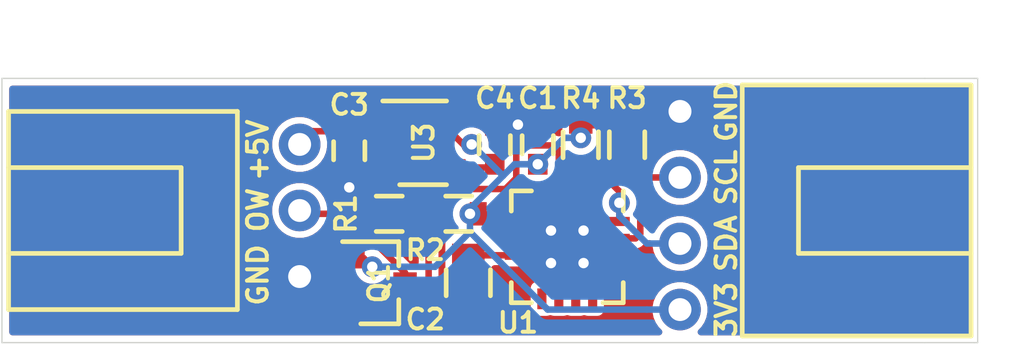
<source format=kicad_pcb>
(kicad_pcb (version 20171130) (host pcbnew "(5.1.6)-1")

  (general
    (thickness 1.6)
    (drawings 19)
    (tracks 129)
    (zones 0)
    (modules 13)
    (nets 15)
  )

  (page A4)
  (layers
    (0 F.Cu signal)
    (31 B.Cu signal)
    (32 B.Adhes user)
    (33 F.Adhes user)
    (34 B.Paste user)
    (35 F.Paste user)
    (36 B.SilkS user)
    (37 F.SilkS user)
    (38 B.Mask user)
    (39 F.Mask user)
    (40 Dwgs.User user)
    (41 Cmts.User user)
    (42 Eco1.User user)
    (43 Eco2.User user)
    (44 Edge.Cuts user)
    (45 Margin user)
    (46 B.CrtYd user)
    (47 F.CrtYd user)
    (48 B.Fab user)
    (49 F.Fab user)
  )

  (setup
    (last_trace_width 0.25)
    (user_trace_width 0.5)
    (trace_clearance 0.2)
    (zone_clearance 0.508)
    (zone_45_only no)
    (trace_min 0.2)
    (via_size 0.8)
    (via_drill 0.4)
    (via_min_size 0.4)
    (via_min_drill 0.3)
    (uvia_size 0.3)
    (uvia_drill 0.1)
    (uvias_allowed no)
    (uvia_min_size 0.2)
    (uvia_min_drill 0.1)
    (edge_width 0.05)
    (segment_width 0.2)
    (pcb_text_width 0.3)
    (pcb_text_size 1.5 1.5)
    (mod_edge_width 0.12)
    (mod_text_size 1 1)
    (mod_text_width 0.15)
    (pad_size 0.65 0.9)
    (pad_drill 0)
    (pad_to_mask_clearance 0)
    (aux_axis_origin 0 0)
    (visible_elements 7FFFFFFF)
    (pcbplotparams
      (layerselection 0x010e0_ffffffff)
      (usegerberextensions false)
      (usegerberattributes true)
      (usegerberadvancedattributes true)
      (creategerberjobfile false)
      (excludeedgelayer true)
      (linewidth 0.100000)
      (plotframeref false)
      (viasonmask false)
      (mode 1)
      (useauxorigin false)
      (hpglpennumber 1)
      (hpglpenspeed 20)
      (hpglpendiameter 15.000000)
      (psnegative false)
      (psa4output false)
      (plotreference true)
      (plotvalue true)
      (plotinvisibletext false)
      (padsonsilk false)
      (subtractmaskfromsilk false)
      (outputformat 1)
      (mirror false)
      (drillshape 0)
      (scaleselection 1)
      (outputdirectory "ow2i2c3"))
  )

  (net 0 "")
  (net 1 GND)
  (net 2 +3V3)
  (net 3 "Net-(C2-Pad1)")
  (net 4 VCC)
  (net 5 "Net-(C4-Pad1)")
  (net 6 /ONEWIRE)
  (net 7 "Net-(Q1-Pad2)")
  (net 8 "Net-(U1-Pad1)")
  (net 9 "Net-(U1-Pad5)")
  (net 10 "Net-(U1-Pad12)")
  (net 11 "Net-(U1-Pad13)")
  (net 12 "Net-(U1-Pad14)")
  (net 13 /SDA3)
  (net 14 /SCL3)

  (net_class Default "This is the default net class."
    (clearance 0.2)
    (trace_width 0.25)
    (via_dia 0.8)
    (via_drill 0.4)
    (uvia_dia 0.3)
    (uvia_drill 0.1)
    (add_net +3V3)
    (add_net /ONEWIRE)
    (add_net /SCL3)
    (add_net /SDA3)
    (add_net GND)
    (add_net "Net-(C2-Pad1)")
    (add_net "Net-(C4-Pad1)")
    (add_net "Net-(Q1-Pad2)")
    (add_net "Net-(U1-Pad1)")
    (add_net "Net-(U1-Pad12)")
    (add_net "Net-(U1-Pad13)")
    (add_net "Net-(U1-Pad14)")
    (add_net "Net-(U1-Pad5)")
    (add_net VCC)
  )

  (module 78208-103HLF:78208-103HLF (layer F.Cu) (tedit 606172CC) (tstamp 601E5B19)
    (at 154.305 96.52 90)
    (path /602220A7)
    (fp_text reference J1 (at 0 -3.429 90) (layer F.SilkS) hide
      (effects (font (size 0.762 0.762) (thickness 0.1524)))
    )
    (fp_text value BUS (at 0 -1.524 90) (layer F.Fab) hide
      (effects (font (size 0.762 0.762) (thickness 0.1524)))
    )
    (fp_line (start 3.81 -2.39) (end 3.81 -11.176) (layer F.SilkS) (width 0.18))
    (fp_line (start 3.81 -2.39) (end -3.81 -2.39) (layer F.SilkS) (width 0.18))
    (fp_line (start -3.81 -2.39) (end -3.81 -11.176) (layer F.SilkS) (width 0.18))
    (fp_line (start 3.81 -11.176) (end -3.81 -11.176) (layer F.SilkS) (width 0.18))
    (fp_line (start 1.65 -11.176) (end 1.65 -4.55) (layer F.SilkS) (width 0.18))
    (fp_line (start 1.65 -4.55) (end -1.65 -4.55) (layer F.SilkS) (width 0.18))
    (fp_line (start -1.65 -4.55) (end -1.65 -11.176) (layer F.SilkS) (width 0.18))
    (pad 1 thru_hole rect (at -2.54 0 90) (size 1.6 1.6) (drill 0.88) (layers *.Cu *.Mask)
      (net 1 GND))
    (pad 2 thru_hole circle (at 0 0 90) (size 1.6 1.6) (drill 0.88) (layers *.Cu *.Mask)
      (net 6 /ONEWIRE))
    (pad 3 thru_hole circle (at 2.54 0 90) (size 1.6 1.6) (drill 0.88) (layers *.Cu *.Mask)
      (net 4 VCC))
  )

  (module 78208-104HLF:78208-104HLF (layer F.Cu) (tedit 606172A5) (tstamp 60617E73)
    (at 168.91 96.52 270)
    (path /60631B18)
    (fp_text reference J2 (at 0 -3.429 270) (layer F.SilkS) hide
      (effects (font (size 0.762 0.762) (thickness 0.1524)))
    )
    (fp_text value I2C (at 0 -1.524 270) (layer F.Fab)
      (effects (font (size 0.762 0.762) (thickness 0.1524)))
    )
    (fp_line (start -1.65 -4.55) (end -1.65 -11.176) (layer F.SilkS) (width 0.18))
    (fp_line (start 1.65 -4.55) (end -1.65 -4.55) (layer F.SilkS) (width 0.18))
    (fp_line (start 1.65 -11.176) (end 1.65 -4.55) (layer F.SilkS) (width 0.18))
    (fp_line (start -4.826 -2.39) (end -4.826 -11.176) (layer F.SilkS) (width 0.18))
    (fp_line (start 4.826 -2.39) (end 4.826 -11.176) (layer F.SilkS) (width 0.18))
    (fp_line (start 4.826 -11.176) (end -4.826 -11.176) (layer F.SilkS) (width 0.18))
    (fp_line (start 4.826 -2.39) (end -4.826 -2.39) (layer F.SilkS) (width 0.18))
    (pad 4 thru_hole circle (at 3.81 0 270) (size 1.6 1.6) (drill 0.88) (layers *.Cu *.Mask)
      (net 2 +3V3))
    (pad 2 thru_hole circle (at -1.27 0 270) (size 1.6 1.6) (drill 0.88) (layers *.Cu *.Mask)
      (net 14 /SCL3))
    (pad 1 thru_hole rect (at -3.81 0 270) (size 1.6 1.6) (drill 0.88) (layers *.Cu *.Mask)
      (net 1 GND))
    (pad 3 thru_hole circle (at 1.27 0 270) (size 1.6 1.6) (drill 0.88) (layers *.Cu *.Mask)
      (net 13 /SDA3))
  )

  (module Housings_DFN_QFN:QFN-16-1EP_4x4mm_Pitch0.65mm (layer F.Cu) (tedit 54130A77) (tstamp 601CFDC6)
    (at 164.582 97.917 270)
    (descr "16-Lead Plastic Quad Flat, No Lead Package (ML) - 4x4x0.9 mm Body [QFN]; (see Microchip Packaging Specification 00000049BS.pdf)")
    (tags "QFN 0.65")
    (path /601CDC29)
    (attr smd)
    (fp_text reference U1 (at 2.921 1.895) (layer F.SilkS)
      (effects (font (size 0.762 0.762) (thickness 0.1524)))
    )
    (fp_text value DS28E17 (at 0 3.4 90) (layer F.Fab) hide
      (effects (font (size 0.762 0.762) (thickness 0.1524)))
    )
    (fp_line (start -1 -2) (end 2 -2) (layer F.Fab) (width 0.18))
    (fp_line (start 2 -2) (end 2 2) (layer F.Fab) (width 0.18))
    (fp_line (start 2 2) (end -2 2) (layer F.Fab) (width 0.18))
    (fp_line (start -2 2) (end -2 -1) (layer F.Fab) (width 0.18))
    (fp_line (start -2 -1) (end -1 -2) (layer F.Fab) (width 0.18))
    (fp_line (start -2.65 -2.65) (end -2.65 2.65) (layer F.CrtYd) (width 0.18))
    (fp_line (start 2.65 -2.65) (end 2.65 2.65) (layer F.CrtYd) (width 0.18))
    (fp_line (start -2.65 -2.65) (end 2.65 -2.65) (layer F.CrtYd) (width 0.18))
    (fp_line (start -2.65 2.65) (end 2.65 2.65) (layer F.CrtYd) (width 0.18))
    (fp_line (start 2.15 -2.15) (end 2.15 -1.375) (layer F.SilkS) (width 0.18))
    (fp_line (start -2.15 2.15) (end -2.15 1.375) (layer F.SilkS) (width 0.18))
    (fp_line (start 2.15 2.15) (end 2.15 1.375) (layer F.SilkS) (width 0.18))
    (fp_line (start -2.15 -2.15) (end -1.375 -2.15) (layer F.SilkS) (width 0.18))
    (fp_line (start -2.15 2.15) (end -1.375 2.15) (layer F.SilkS) (width 0.18))
    (fp_line (start 2.15 2.15) (end 1.375 2.15) (layer F.SilkS) (width 0.18))
    (fp_line (start 2.15 -2.15) (end 1.375 -2.15) (layer F.SilkS) (width 0.18))
    (pad 1 smd rect (at -2 -0.975 270) (size 0.8 0.35) (layers F.Cu F.Paste F.Mask)
      (net 8 "Net-(U1-Pad1)"))
    (pad 2 smd rect (at -2 -0.325 270) (size 0.8 0.35) (layers F.Cu F.Paste F.Mask)
      (net 7 "Net-(Q1-Pad2)"))
    (pad 3 smd rect (at -2 0.325 270) (size 0.8 0.35) (layers F.Cu F.Paste F.Mask)
      (net 7 "Net-(Q1-Pad2)"))
    (pad 4 smd rect (at -2 0.975 270) (size 0.8 0.35) (layers F.Cu F.Paste F.Mask)
      (net 1 GND))
    (pad 5 smd rect (at -0.975 2) (size 0.8 0.35) (layers F.Cu F.Paste F.Mask)
      (net 9 "Net-(U1-Pad5)"))
    (pad 6 smd rect (at -0.325 2) (size 0.8 0.35) (layers F.Cu F.Paste F.Mask)
      (net 2 +3V3))
    (pad 7 smd rect (at 0.325 2) (size 0.8 0.35) (layers F.Cu F.Paste F.Mask)
      (net 3 "Net-(C2-Pad1)"))
    (pad 8 smd rect (at 0.975 2) (size 0.8 0.35) (layers F.Cu F.Paste F.Mask)
      (net 1 GND))
    (pad 9 smd rect (at 2 0.975 270) (size 0.8 0.35) (layers F.Cu F.Paste F.Mask))
    (pad 10 smd rect (at 2 0.325 270) (size 0.8 0.35) (layers F.Cu F.Paste F.Mask))
    (pad 11 smd rect (at 2 -0.325 270) (size 0.8 0.35) (layers F.Cu F.Paste F.Mask))
    (pad 12 smd rect (at 2 -0.975 270) (size 0.8 0.35) (layers F.Cu F.Paste F.Mask)
      (net 10 "Net-(U1-Pad12)"))
    (pad 13 smd rect (at 0.975 -2) (size 0.8 0.35) (layers F.Cu F.Paste F.Mask)
      (net 11 "Net-(U1-Pad13)"))
    (pad 14 smd rect (at 0.325 -2) (size 0.8 0.35) (layers F.Cu F.Paste F.Mask)
      (net 12 "Net-(U1-Pad14)"))
    (pad 15 smd rect (at -0.325 -2) (size 0.8 0.35) (layers F.Cu F.Paste F.Mask)
      (net 14 /SCL3))
    (pad 16 smd rect (at -0.975 -2) (size 0.8 0.35) (layers F.Cu F.Paste F.Mask)
      (net 13 /SDA3))
    (pad 17 smd rect (at 0.625 0.625 270) (size 1.25 1.25) (layers F.Cu F.Paste F.Mask)
      (net 1 GND) (solder_paste_margin_ratio -0.2))
    (pad 17 smd rect (at 0.625 -0.625 270) (size 1.25 1.25) (layers F.Cu F.Paste F.Mask)
      (net 1 GND) (solder_paste_margin_ratio -0.2))
    (pad 17 smd rect (at -0.625 0.625 270) (size 1.25 1.25) (layers F.Cu F.Paste F.Mask)
      (net 1 GND) (solder_paste_margin_ratio -0.2))
    (pad 17 smd rect (at -0.625 -0.625 270) (size 1.25 1.25) (layers F.Cu F.Paste F.Mask)
      (net 1 GND) (solder_paste_margin_ratio -0.2))
    (model ${KISYS3DMOD}/Housings_DFN_QFN.3dshapes/QFN-16-1EP_4x4mm_Pitch0.65mm.wrl
      (at (xyz 0 0 0))
      (scale (xyz 1 1 1))
      (rotate (xyz 0 0 0))
    )
  )

  (module Resistors_SMD:R_0603 (layer F.Cu) (tedit 58E0A804) (tstamp 601CFDBA)
    (at 157.746 96.647 180)
    (descr "Resistor SMD 0603, reflow soldering, Vishay (see dcrcw.pdf)")
    (tags "resistor 0603")
    (path /601F3188)
    (attr smd)
    (fp_text reference R1 (at 1.663 0 90) (layer F.SilkS)
      (effects (font (size 0.762 0.762) (thickness 0.1524)))
    )
    (fp_text value NF (at 0 1.5) (layer F.Fab) hide
      (effects (font (size 0.762 0.762) (thickness 0.1524)))
    )
    (fp_line (start -0.8 0.4) (end -0.8 -0.4) (layer F.Fab) (width 0.18))
    (fp_line (start 0.8 0.4) (end -0.8 0.4) (layer F.Fab) (width 0.18))
    (fp_line (start 0.8 -0.4) (end 0.8 0.4) (layer F.Fab) (width 0.18))
    (fp_line (start -0.8 -0.4) (end 0.8 -0.4) (layer F.Fab) (width 0.18))
    (fp_line (start 0.5 0.68) (end -0.5 0.68) (layer F.SilkS) (width 0.18))
    (fp_line (start -0.5 -0.68) (end 0.5 -0.68) (layer F.SilkS) (width 0.18))
    (fp_line (start -1.25 -0.7) (end 1.25 -0.7) (layer F.CrtYd) (width 0.18))
    (fp_line (start -1.25 -0.7) (end -1.25 0.7) (layer F.CrtYd) (width 0.18))
    (fp_line (start 1.25 0.7) (end 1.25 -0.7) (layer F.CrtYd) (width 0.18))
    (fp_line (start 1.25 0.7) (end -1.25 0.7) (layer F.CrtYd) (width 0.18))
    (fp_text user %R (at 0 0) (layer F.Fab)
      (effects (font (size 0.762 0.762) (thickness 0.1524)))
    )
    (pad 1 smd rect (at -0.75 0 180) (size 0.65 0.9) (layers F.Cu F.Paste F.Mask)
      (net 4 VCC))
    (pad 2 smd rect (at 0.75 0 180) (size 0.65 0.9) (layers F.Cu F.Paste F.Mask)
      (net 6 /ONEWIRE))
    (model ${KISYS3DMOD}/Resistors_SMD.3dshapes/R_0603.wrl
      (at (xyz 0 0 0))
      (scale (xyz 1 1 1))
      (rotate (xyz 0 0 0))
    )
  )

  (module TO_SOT_Packages_SMD:SOT-23-5 (layer F.Cu) (tedit 58CE4E7E) (tstamp 605EE51A)
    (at 159.047 93.919)
    (descr "5-pin SOT23 package")
    (tags SOT-23-5)
    (path /601EB461)
    (attr smd)
    (fp_text reference U3 (at 0.0205 -0.0025 90) (layer F.SilkS)
      (effects (font (size 0.762 0.762) (thickness 0.1524)))
    )
    (fp_text value LP2985-3.3 (at 0 2.9) (layer F.Fab) hide
      (effects (font (size 0.762 0.762) (thickness 0.1524)))
    )
    (fp_line (start -0.9 1.61) (end 0.9 1.61) (layer F.SilkS) (width 0.18))
    (fp_line (start 0.9 -1.61) (end -1.55 -1.61) (layer F.SilkS) (width 0.18))
    (fp_line (start -1.9 -1.8) (end 1.9 -1.8) (layer F.CrtYd) (width 0.18))
    (fp_line (start 1.9 -1.8) (end 1.9 1.8) (layer F.CrtYd) (width 0.18))
    (fp_line (start 1.9 1.8) (end -1.9 1.8) (layer F.CrtYd) (width 0.18))
    (fp_line (start -1.9 1.8) (end -1.9 -1.8) (layer F.CrtYd) (width 0.18))
    (fp_line (start -0.9 -0.9) (end -0.25 -1.55) (layer F.Fab) (width 0.18))
    (fp_line (start 0.9 -1.55) (end -0.25 -1.55) (layer F.Fab) (width 0.18))
    (fp_line (start -0.9 -0.9) (end -0.9 1.55) (layer F.Fab) (width 0.18))
    (fp_line (start 0.9 1.55) (end -0.9 1.55) (layer F.Fab) (width 0.18))
    (fp_line (start 0.9 -1.55) (end 0.9 1.55) (layer F.Fab) (width 0.18))
    (fp_text user %R (at 0 0 90) (layer F.Fab)
      (effects (font (size 0.762 0.762) (thickness 0.1524)))
    )
    (pad 1 smd rect (at -1.1 -0.95) (size 1.06 0.65) (layers F.Cu F.Paste F.Mask)
      (net 4 VCC))
    (pad 2 smd rect (at -1.1 0) (size 1.06 0.65) (layers F.Cu F.Paste F.Mask)
      (net 1 GND))
    (pad 3 smd rect (at -1.1 0.95) (size 1.06 0.65) (layers F.Cu F.Paste F.Mask)
      (net 4 VCC))
    (pad 4 smd rect (at 1.1 0.95) (size 1.06 0.65) (layers F.Cu F.Paste F.Mask)
      (net 5 "Net-(C4-Pad1)"))
    (pad 5 smd rect (at 1.1 -0.95) (size 1.06 0.65) (layers F.Cu F.Paste F.Mask)
      (net 2 +3V3))
    (model ${KISYS3DMOD}/TO_SOT_Packages_SMD.3dshapes/SOT-23-5.wrl
      (at (xyz 0 0 0))
      (scale (xyz 1 1 1))
      (rotate (xyz 0 0 0))
    )
  )

  (module TO_SOT_Packages_SMD:SOT-23 (layer F.Cu) (tedit 58CE4E7E) (tstamp 605EC965)
    (at 157.353 99.298)
    (descr "SOT-23, Standard")
    (tags SOT-23)
    (path /601E71FE)
    (attr smd)
    (fp_text reference Q1 (at 0 0.016 90) (layer F.SilkS)
      (effects (font (size 0.762 0.762) (thickness 0.1524)))
    )
    (fp_text value 2N7002 (at 0 2.5) (layer F.Fab) hide
      (effects (font (size 0.762 0.762) (thickness 0.1524)))
    )
    (fp_line (start -0.7 -0.95) (end -0.7 1.5) (layer F.Fab) (width 0.18))
    (fp_line (start -0.15 -1.52) (end 0.7 -1.52) (layer F.Fab) (width 0.18))
    (fp_line (start -0.7 -0.95) (end -0.15 -1.52) (layer F.Fab) (width 0.18))
    (fp_line (start 0.7 -1.52) (end 0.7 1.52) (layer F.Fab) (width 0.18))
    (fp_line (start -0.7 1.52) (end 0.7 1.52) (layer F.Fab) (width 0.18))
    (fp_line (start 0.76 1.58) (end 0.76 0.65) (layer F.SilkS) (width 0.18))
    (fp_line (start 0.76 -1.58) (end 0.76 -0.65) (layer F.SilkS) (width 0.18))
    (fp_line (start -1.7 -1.75) (end 1.7 -1.75) (layer F.CrtYd) (width 0.18))
    (fp_line (start 1.7 -1.75) (end 1.7 1.75) (layer F.CrtYd) (width 0.18))
    (fp_line (start 1.7 1.75) (end -1.7 1.75) (layer F.CrtYd) (width 0.18))
    (fp_line (start -1.7 1.75) (end -1.7 -1.75) (layer F.CrtYd) (width 0.18))
    (fp_line (start 0.76 -1.58) (end -1.4 -1.58) (layer F.SilkS) (width 0.18))
    (fp_line (start 0.76 1.58) (end -0.7 1.58) (layer F.SilkS) (width 0.18))
    (fp_text user %R (at 0 0 90) (layer F.Fab)
      (effects (font (size 0.762 0.762) (thickness 0.1524)))
    )
    (pad 1 smd rect (at -1 -0.95) (size 0.9 0.8) (layers F.Cu F.Paste F.Mask)
      (net 2 +3V3))
    (pad 2 smd rect (at -1 0.95) (size 0.9 0.8) (layers F.Cu F.Paste F.Mask)
      (net 7 "Net-(Q1-Pad2)"))
    (pad 3 smd rect (at 1 0) (size 0.9 0.8) (layers F.Cu F.Paste F.Mask)
      (net 6 /ONEWIRE))
    (model ${KISYS3DMOD}/TO_SOT_Packages_SMD.3dshapes/SOT-23.wrl
      (at (xyz 0 0 0))
      (scale (xyz 1 1 1))
      (rotate (xyz 0 0 0))
    )
  )

  (module Resistors_SMD:R_0603 (layer F.Cu) (tedit 58E0A804) (tstamp 601CFDC3)
    (at 165.1 93.992 270)
    (descr "Resistor SMD 0603, reflow soldering, Vishay (see dcrcw.pdf)")
    (tags "resistor 0603")
    (path /601D7B8B)
    (attr smd)
    (fp_text reference R4 (at -1.79 0 180) (layer F.SilkS)
      (effects (font (size 0.762 0.762) (thickness 0.1524)))
    )
    (fp_text value 2K2 (at 0 1.5 90) (layer F.Fab) hide
      (effects (font (size 0.762 0.762) (thickness 0.1524)))
    )
    (fp_line (start -0.8 0.4) (end -0.8 -0.4) (layer F.Fab) (width 0.18))
    (fp_line (start 0.8 0.4) (end -0.8 0.4) (layer F.Fab) (width 0.18))
    (fp_line (start 0.8 -0.4) (end 0.8 0.4) (layer F.Fab) (width 0.18))
    (fp_line (start -0.8 -0.4) (end 0.8 -0.4) (layer F.Fab) (width 0.18))
    (fp_line (start 0.5 0.68) (end -0.5 0.68) (layer F.SilkS) (width 0.18))
    (fp_line (start -0.5 -0.68) (end 0.5 -0.68) (layer F.SilkS) (width 0.18))
    (fp_line (start -1.25 -0.7) (end 1.25 -0.7) (layer F.CrtYd) (width 0.18))
    (fp_line (start -1.25 -0.7) (end -1.25 0.7) (layer F.CrtYd) (width 0.18))
    (fp_line (start 1.25 0.7) (end 1.25 -0.7) (layer F.CrtYd) (width 0.18))
    (fp_line (start 1.25 0.7) (end -1.25 0.7) (layer F.CrtYd) (width 0.18))
    (fp_text user %R (at 0 0 90) (layer F.Fab)
      (effects (font (size 0.762 0.762) (thickness 0.1524)))
    )
    (pad 1 smd rect (at -0.75 0 270) (size 0.65 0.9) (layers F.Cu F.Paste F.Mask)
      (net 2 +3V3))
    (pad 2 smd rect (at 0.75 0 270) (size 0.65 0.9) (layers F.Cu F.Paste F.Mask)
      (net 13 /SDA3))
    (model ${KISYS3DMOD}/Resistors_SMD.3dshapes/R_0603.wrl
      (at (xyz 0 0 0))
      (scale (xyz 1 1 1))
      (rotate (xyz 0 0 0))
    )
  )

  (module Resistors_SMD:R_0603 (layer F.Cu) (tedit 58E0A804) (tstamp 605EDEA0)
    (at 166.878 93.992 270)
    (descr "Resistor SMD 0603, reflow soldering, Vishay (see dcrcw.pdf)")
    (tags "resistor 0603")
    (path /601D7371)
    (attr smd)
    (fp_text reference R3 (at -1.79 0) (layer F.SilkS)
      (effects (font (size 0.762 0.762) (thickness 0.1524)))
    )
    (fp_text value 2K2 (at 0 1.5 90) (layer F.Fab) hide
      (effects (font (size 0.762 0.762) (thickness 0.1524)))
    )
    (fp_line (start -0.8 0.4) (end -0.8 -0.4) (layer F.Fab) (width 0.18))
    (fp_line (start 0.8 0.4) (end -0.8 0.4) (layer F.Fab) (width 0.18))
    (fp_line (start 0.8 -0.4) (end 0.8 0.4) (layer F.Fab) (width 0.18))
    (fp_line (start -0.8 -0.4) (end 0.8 -0.4) (layer F.Fab) (width 0.18))
    (fp_line (start 0.5 0.68) (end -0.5 0.68) (layer F.SilkS) (width 0.18))
    (fp_line (start -0.5 -0.68) (end 0.5 -0.68) (layer F.SilkS) (width 0.18))
    (fp_line (start -1.25 -0.7) (end 1.25 -0.7) (layer F.CrtYd) (width 0.18))
    (fp_line (start -1.25 -0.7) (end -1.25 0.7) (layer F.CrtYd) (width 0.18))
    (fp_line (start 1.25 0.7) (end 1.25 -0.7) (layer F.CrtYd) (width 0.18))
    (fp_line (start 1.25 0.7) (end -1.25 0.7) (layer F.CrtYd) (width 0.18))
    (fp_text user %R (at 0 0 90) (layer F.Fab)
      (effects (font (size 0.762 0.762) (thickness 0.1524)))
    )
    (pad 1 smd rect (at -0.75 0 270) (size 0.65 0.9) (layers F.Cu F.Paste F.Mask)
      (net 2 +3V3))
    (pad 2 smd rect (at 0.75 0 270) (size 0.65 0.9) (layers F.Cu F.Paste F.Mask)
      (net 14 /SCL3))
    (model ${KISYS3DMOD}/Resistors_SMD.3dshapes/R_0603.wrl
      (at (xyz 0 0 0))
      (scale (xyz 1 1 1))
      (rotate (xyz 0 0 0))
    )
  )

  (module Resistors_SMD:R_0603 (layer F.Cu) (tedit 58E0A804) (tstamp 605EE0B3)
    (at 160.413 96.647 180)
    (descr "Resistor SMD 0603, reflow soldering, Vishay (see dcrcw.pdf)")
    (tags "resistor 0603")
    (path /601EEE98)
    (attr smd)
    (fp_text reference R2 (at 1.282 -1.397) (layer F.SilkS)
      (effects (font (size 0.762 0.762) (thickness 0.1524)))
    )
    (fp_text value 4K7 (at 0 1.5) (layer F.Fab) hide
      (effects (font (size 0.762 0.762) (thickness 0.1524)))
    )
    (fp_line (start -0.8 0.4) (end -0.8 -0.4) (layer F.Fab) (width 0.18))
    (fp_line (start 0.8 0.4) (end -0.8 0.4) (layer F.Fab) (width 0.18))
    (fp_line (start 0.8 -0.4) (end 0.8 0.4) (layer F.Fab) (width 0.18))
    (fp_line (start -0.8 -0.4) (end 0.8 -0.4) (layer F.Fab) (width 0.18))
    (fp_line (start 0.5 0.68) (end -0.5 0.68) (layer F.SilkS) (width 0.18))
    (fp_line (start -0.5 -0.68) (end 0.5 -0.68) (layer F.SilkS) (width 0.18))
    (fp_line (start -1.25 -0.7) (end 1.25 -0.7) (layer F.CrtYd) (width 0.18))
    (fp_line (start -1.25 -0.7) (end -1.25 0.7) (layer F.CrtYd) (width 0.18))
    (fp_line (start 1.25 0.7) (end 1.25 -0.7) (layer F.CrtYd) (width 0.18))
    (fp_line (start 1.25 0.7) (end -1.25 0.7) (layer F.CrtYd) (width 0.18))
    (fp_text user %R (at 0 0) (layer F.Fab)
      (effects (font (size 0.762 0.762) (thickness 0.1524)))
    )
    (pad 1 smd rect (at -0.75 0 180) (size 0.65 0.9) (layers F.Cu F.Paste F.Mask)
      (net 2 +3V3))
    (pad 2 smd rect (at 0.75 0 180) (size 0.65 0.9) (layers F.Cu F.Paste F.Mask)
      (net 7 "Net-(Q1-Pad2)"))
    (model ${KISYS3DMOD}/Resistors_SMD.3dshapes/R_0603.wrl
      (at (xyz 0 0 0))
      (scale (xyz 1 1 1))
      (rotate (xyz 0 0 0))
    )
  )

  (module Capacitors_SMD:C_0603 (layer F.Cu) (tedit 59958EE7) (tstamp 601D05B4)
    (at 161.798 93.992 90)
    (descr "Capacitor SMD 0603, reflow soldering, AVX (see smccp.pdf)")
    (tags "capacitor 0603")
    (path /60217BB6)
    (attr smd)
    (fp_text reference C4 (at 1.79 0 180) (layer F.SilkS)
      (effects (font (size 0.762 0.762) (thickness 0.1524)))
    )
    (fp_text value 0.1 (at 0 1.5 90) (layer F.Fab) hide
      (effects (font (size 0.762 0.762) (thickness 0.1524)))
    )
    (fp_line (start 1.4 0.65) (end -1.4 0.65) (layer F.CrtYd) (width 0.18))
    (fp_line (start 1.4 0.65) (end 1.4 -0.65) (layer F.CrtYd) (width 0.18))
    (fp_line (start -1.4 -0.65) (end -1.4 0.65) (layer F.CrtYd) (width 0.18))
    (fp_line (start -1.4 -0.65) (end 1.4 -0.65) (layer F.CrtYd) (width 0.18))
    (fp_line (start 0.35 0.6) (end -0.35 0.6) (layer F.SilkS) (width 0.18))
    (fp_line (start -0.35 -0.6) (end 0.35 -0.6) (layer F.SilkS) (width 0.18))
    (fp_line (start -0.8 -0.4) (end 0.8 -0.4) (layer F.Fab) (width 0.18))
    (fp_line (start 0.8 -0.4) (end 0.8 0.4) (layer F.Fab) (width 0.18))
    (fp_line (start 0.8 0.4) (end -0.8 0.4) (layer F.Fab) (width 0.18))
    (fp_line (start -0.8 0.4) (end -0.8 -0.4) (layer F.Fab) (width 0.18))
    (fp_text user %R (at 0 0 90) (layer F.Fab)
      (effects (font (size 0.762 0.762) (thickness 0.1524)))
    )
    (pad 2 smd rect (at 0.75 0 90) (size 0.8 0.75) (layers F.Cu F.Paste F.Mask)
      (net 1 GND))
    (pad 1 smd rect (at -0.75 0 90) (size 0.8 0.75) (layers F.Cu F.Paste F.Mask)
      (net 5 "Net-(C4-Pad1)"))
    (model Capacitors_SMD.3dshapes/C_0603.wrl
      (at (xyz 0 0 0))
      (scale (xyz 1 1 1))
      (rotate (xyz 0 0 0))
    )
  )

  (module Capacitors_SMD:C_0603 (layer F.Cu) (tedit 59958EE7) (tstamp 605EC78B)
    (at 156.21 94.222 270)
    (descr "Capacitor SMD 0603, reflow soldering, AVX (see smccp.pdf)")
    (tags "capacitor 0603")
    (path /601F7FC6)
    (attr smd)
    (fp_text reference C3 (at -1.766 0 180) (layer F.SilkS)
      (effects (font (size 0.762 0.762) (thickness 0.1524)))
    )
    (fp_text value 0.1 (at 0 1.5 90) (layer F.Fab) hide
      (effects (font (size 0.762 0.762) (thickness 0.1524)))
    )
    (fp_line (start 1.4 0.65) (end -1.4 0.65) (layer F.CrtYd) (width 0.18))
    (fp_line (start 1.4 0.65) (end 1.4 -0.65) (layer F.CrtYd) (width 0.18))
    (fp_line (start -1.4 -0.65) (end -1.4 0.65) (layer F.CrtYd) (width 0.18))
    (fp_line (start -1.4 -0.65) (end 1.4 -0.65) (layer F.CrtYd) (width 0.18))
    (fp_line (start 0.35 0.6) (end -0.35 0.6) (layer F.SilkS) (width 0.18))
    (fp_line (start -0.35 -0.6) (end 0.35 -0.6) (layer F.SilkS) (width 0.18))
    (fp_line (start -0.8 -0.4) (end 0.8 -0.4) (layer F.Fab) (width 0.18))
    (fp_line (start 0.8 -0.4) (end 0.8 0.4) (layer F.Fab) (width 0.18))
    (fp_line (start 0.8 0.4) (end -0.8 0.4) (layer F.Fab) (width 0.18))
    (fp_line (start -0.8 0.4) (end -0.8 -0.4) (layer F.Fab) (width 0.18))
    (fp_text user %R (at 0 0 90) (layer F.Fab)
      (effects (font (size 0.762 0.762) (thickness 0.1524)))
    )
    (pad 2 smd rect (at 0.75 0 270) (size 0.8 0.75) (layers F.Cu F.Paste F.Mask)
      (net 1 GND))
    (pad 1 smd rect (at -0.75 0 270) (size 0.8 0.75) (layers F.Cu F.Paste F.Mask)
      (net 4 VCC))
    (model Capacitors_SMD.3dshapes/C_0603.wrl
      (at (xyz 0 0 0))
      (scale (xyz 1 1 1))
      (rotate (xyz 0 0 0))
    )
  )

  (module Capacitors_SMD:C_0805 (layer F.Cu) (tedit 58AA8463) (tstamp 601D13EA)
    (at 160.782 99.298 270)
    (descr "Capacitor SMD 0805, reflow soldering, AVX (see smccp.pdf)")
    (tags "capacitor 0805")
    (path /601E2D76)
    (attr smd)
    (fp_text reference C2 (at 1.413 1.651 180) (layer F.SilkS)
      (effects (font (size 0.762 0.762) (thickness 0.1524)))
    )
    (fp_text value 1uF (at 0 1.75 90) (layer F.Fab) hide
      (effects (font (size 0.762 0.762) (thickness 0.1524)))
    )
    (fp_line (start -1 0.62) (end -1 -0.62) (layer F.Fab) (width 0.18))
    (fp_line (start 1 0.62) (end -1 0.62) (layer F.Fab) (width 0.18))
    (fp_line (start 1 -0.62) (end 1 0.62) (layer F.Fab) (width 0.18))
    (fp_line (start -1 -0.62) (end 1 -0.62) (layer F.Fab) (width 0.18))
    (fp_line (start 0.5 -0.85) (end -0.5 -0.85) (layer F.SilkS) (width 0.18))
    (fp_line (start -0.5 0.85) (end 0.5 0.85) (layer F.SilkS) (width 0.18))
    (fp_line (start -1.75 -0.88) (end 1.75 -0.88) (layer F.CrtYd) (width 0.18))
    (fp_line (start -1.75 -0.88) (end -1.75 0.87) (layer F.CrtYd) (width 0.18))
    (fp_line (start 1.75 0.87) (end 1.75 -0.88) (layer F.CrtYd) (width 0.18))
    (fp_line (start 1.75 0.87) (end -1.75 0.87) (layer F.CrtYd) (width 0.18))
    (fp_text user %R (at 0 -1.5 90) (layer F.Fab)
      (effects (font (size 0.762 0.762) (thickness 0.1524)))
    )
    (pad 1 smd rect (at -1 0 270) (size 1 1.25) (layers F.Cu F.Paste F.Mask)
      (net 3 "Net-(C2-Pad1)"))
    (pad 2 smd rect (at 1 0 270) (size 1 1.25) (layers F.Cu F.Paste F.Mask)
      (net 1 GND))
    (model Capacitors_SMD.3dshapes/C_0805.wrl
      (at (xyz 0 0 0))
      (scale (xyz 1 1 1))
      (rotate (xyz 0 0 0))
    )
  )

  (module Capacitors_SMD:C_0603 (layer F.Cu) (tedit 59958EE7) (tstamp 601CFD9D)
    (at 163.449 93.992 90)
    (descr "Capacitor SMD 0603, reflow soldering, AVX (see smccp.pdf)")
    (tags "capacitor 0603")
    (path /601D94C8)
    (attr smd)
    (fp_text reference C1 (at 1.79 0 180) (layer F.SilkS)
      (effects (font (size 0.762 0.762) (thickness 0.1524)))
    )
    (fp_text value 0.1 (at 0 1.5 90) (layer F.Fab) hide
      (effects (font (size 0.762 0.762) (thickness 0.1524)))
    )
    (fp_line (start 1.4 0.65) (end -1.4 0.65) (layer F.CrtYd) (width 0.18))
    (fp_line (start 1.4 0.65) (end 1.4 -0.65) (layer F.CrtYd) (width 0.18))
    (fp_line (start -1.4 -0.65) (end -1.4 0.65) (layer F.CrtYd) (width 0.18))
    (fp_line (start -1.4 -0.65) (end 1.4 -0.65) (layer F.CrtYd) (width 0.18))
    (fp_line (start 0.35 0.6) (end -0.35 0.6) (layer F.SilkS) (width 0.18))
    (fp_line (start -0.35 -0.6) (end 0.35 -0.6) (layer F.SilkS) (width 0.18))
    (fp_line (start -0.8 -0.4) (end 0.8 -0.4) (layer F.Fab) (width 0.18))
    (fp_line (start 0.8 -0.4) (end 0.8 0.4) (layer F.Fab) (width 0.18))
    (fp_line (start 0.8 0.4) (end -0.8 0.4) (layer F.Fab) (width 0.18))
    (fp_line (start -0.8 0.4) (end -0.8 -0.4) (layer F.Fab) (width 0.18))
    (fp_text user %R (at 0 0 90) (layer F.Fab)
      (effects (font (size 0.762 0.762) (thickness 0.1524)))
    )
    (pad 2 smd rect (at 0.75 0 90) (size 0.8 0.75) (layers F.Cu F.Paste F.Mask)
      (net 1 GND))
    (pad 1 smd rect (at -0.75 0 90) (size 0.8 0.75) (layers F.Cu F.Paste F.Mask)
      (net 2 +3V3))
    (model Capacitors_SMD.3dshapes/C_0603.wrl
      (at (xyz 0 0 0))
      (scale (xyz 1 1 1))
      (rotate (xyz 0 0 0))
    )
  )

  (dimension 37.465 (width 0.15) (layer Dwgs.User)
    (gr_text "37.465 mm" (at 161.6075 89.124) (layer Dwgs.User)
      (effects (font (size 1 1) (thickness 0.15)))
    )
    (feature1 (pts (xy 142.875 91.44) (xy 142.875 89.837579)))
    (feature2 (pts (xy 180.34 91.44) (xy 180.34 89.837579)))
    (crossbar (pts (xy 180.34 90.424) (xy 142.875 90.424)))
    (arrow1a (pts (xy 142.875 90.424) (xy 144.001504 89.837579)))
    (arrow1b (pts (xy 142.875 90.424) (xy 144.001504 91.010421)))
    (arrow2a (pts (xy 180.34 90.424) (xy 179.213496 89.837579)))
    (arrow2b (pts (xy 180.34 90.424) (xy 179.213496 91.010421)))
  )
  (gr_line (start 180.34 101.6) (end 180.213 101.6) (layer Edge.Cuts) (width 0.05) (tstamp 60617EDE))
  (gr_line (start 180.213 91.44) (end 180.34 91.44) (layer Edge.Cuts) (width 0.05) (tstamp 60617EDC))
  (gr_line (start 180.213 91.44) (end 180.34 91.44) (layer Dwgs.User) (width 0.15))
  (gr_line (start 178.308 91.44) (end 180.213 91.44) (layer Edge.Cuts) (width 0.05) (tstamp 60617C01))
  (gr_line (start 178.308 101.6) (end 180.213 101.6) (layer Edge.Cuts) (width 0.05) (tstamp 60617C00))
  (gr_text 3V3 (at 170.688 100.33 90) (layer F.SilkS) (tstamp 60615F5F)
    (effects (font (size 0.762 0.762) (thickness 0.1524)))
  )
  (gr_text SDA (at 170.688 97.79 90) (layer F.SilkS) (tstamp 60615F5F)
    (effects (font (size 0.762 0.762) (thickness 0.1524)))
  )
  (gr_text "SCL\n" (at 170.688 95.25 90) (layer F.SilkS) (tstamp 60615F5F)
    (effects (font (size 0.762 0.762) (thickness 0.1524)))
  )
  (gr_text GND (at 170.688 92.71 90) (layer F.SilkS)
    (effects (font (size 0.762 0.762) (thickness 0.1524)))
  )
  (dimension 10.16 (width 0.15) (layer Dwgs.User)
    (gr_text "10.160 mm" (at 181.1504 96.52 270) (layer Dwgs.User)
      (effects (font (size 0.762 0.762) (thickness 0.1524)))
    )
    (feature1 (pts (xy 178.816 101.6) (xy 180.672421 101.6)))
    (feature2 (pts (xy 178.816 91.44) (xy 180.672421 91.44)))
    (crossbar (pts (xy 180.086 91.44) (xy 180.086 101.6)))
    (arrow1a (pts (xy 180.086 101.6) (xy 179.499579 100.473496)))
    (arrow1b (pts (xy 180.086 101.6) (xy 180.672421 100.473496)))
    (arrow2a (pts (xy 180.086 91.44) (xy 179.499579 92.566504)))
    (arrow2b (pts (xy 180.086 91.44) (xy 180.672421 92.566504)))
  )
  (gr_line (start 180.34 91.44) (end 180.34 101.6) (layer Edge.Cuts) (width 0.05) (tstamp 602120BB))
  (gr_line (start 142.875 91.44) (end 142.875 101.6) (layer Edge.Cuts) (width 0.05) (tstamp 602120AE))
  (gr_text GND (at 152.7 99 90) (layer F.SilkS)
    (effects (font (size 0.762 0.762) (thickness 0.1524)))
  )
  (gr_text OW (at 152.7 96.5 90) (layer F.SilkS)
    (effects (font (size 0.762 0.762) (thickness 0.1524)))
  )
  (gr_text +5V (at 152.7 94.2 90) (layer F.SilkS)
    (effects (font (size 0.762 0.762) (thickness 0.1524)))
  )
  (gr_line (start 178.308 101.6) (end 142.875 101.6) (layer Edge.Cuts) (width 0.05))
  (gr_line (start 142.875 91.44) (end 178.308 91.44) (layer Edge.Cuts) (width 0.05))
  (gr_line (start 178.435 96.266) (end 142.875 96.266) (layer Dwgs.User) (width 0.15) (tstamp 605EE3D4))

  (segment (start 163.607 96.942) (end 163.607 95.917) (width 0.25) (layer F.Cu) (net 1))
  (segment (start 163.957 97.292) (end 163.607 96.942) (width 0.25) (layer F.Cu) (net 1))
  (segment (start 163.607 98.892) (end 162.582 98.892) (width 0.25) (layer F.Cu) (net 1))
  (segment (start 163.957 98.542) (end 163.607 98.892) (width 0.25) (layer F.Cu) (net 1))
  (segment (start 165.207 98.542) (end 163.957 98.542) (width 0.25) (layer F.Cu) (net 1))
  (segment (start 165.207 98.542) (end 165.207 97.292) (width 0.25) (layer F.Cu) (net 1))
  (via (at 163.957 97.292) (size 0.8) (drill 0.4) (layers F.Cu B.Cu) (net 1))
  (segment (start 165.207 97.292) (end 163.957 97.292) (width 0.25) (layer F.Cu) (net 1))
  (via (at 163.957 98.542) (size 0.8) (drill 0.4) (layers F.Cu B.Cu) (net 1))
  (segment (start 163.957 97.292) (end 163.957 98.542) (width 0.25) (layer F.Cu) (net 1))
  (via (at 165.207 98.542) (size 0.8) (drill 0.4) (layers F.Cu B.Cu) (net 1))
  (via (at 165.207 97.292) (size 0.8) (drill 0.4) (layers F.Cu B.Cu) (net 1))
  (segment (start 160.782 100.298) (end 160.782 100.203) (width 0.25) (layer F.Cu) (net 1))
  (segment (start 162.093 98.892) (end 162.582 98.892) (width 0.25) (layer F.Cu) (net 1))
  (segment (start 160.782 100.203) (end 162.093 98.892) (width 0.25) (layer F.Cu) (net 1))
  (via (at 156.21 95.631) (size 0.8) (drill 0.4) (layers F.Cu B.Cu) (net 1))
  (segment (start 156.21 94.972) (end 156.21 95.631) (width 0.25) (layer F.Cu) (net 1))
  (segment (start 156.21 97.155) (end 154.305 99.06) (width 0.25) (layer B.Cu) (net 1))
  (segment (start 156.21 95.631) (end 156.21 97.155) (width 0.25) (layer B.Cu) (net 1))
  (segment (start 156.21 94.972) (end 156.234 94.972) (width 0.25) (layer F.Cu) (net 1))
  (segment (start 157.287 93.919) (end 157.947 93.919) (width 0.25) (layer F.Cu) (net 1))
  (segment (start 156.234 94.972) (end 157.287 93.919) (width 0.25) (layer F.Cu) (net 1))
  (segment (start 163.607 95.917) (end 162.973 95.917) (width 0.25) (layer F.Cu) (net 1))
  (via (at 162.687 93.218) (size 0.8) (drill 0.4) (layers F.Cu B.Cu) (net 1))
  (segment (start 161.822 93.218) (end 161.798 93.242) (width 0.25) (layer F.Cu) (net 1))
  (segment (start 162.687 93.218) (end 161.822 93.218) (width 0.25) (layer F.Cu) (net 1))
  (segment (start 163.425 93.218) (end 163.449 93.242) (width 0.25) (layer F.Cu) (net 1))
  (segment (start 162.687 93.218) (end 163.425 93.218) (width 0.25) (layer F.Cu) (net 1))
  (segment (start 161.798 93.242) (end 161.798 92.964) (width 0.25) (layer F.Cu) (net 1))
  (segment (start 162.433 92.964) (end 162.687 93.218) (width 0.25) (layer B.Cu) (net 1))
  (segment (start 160.0835 92.964) (end 162.433 92.964) (width 0.25) (layer B.Cu) (net 1))
  (segment (start 156.21 95.631) (end 157.4165 95.631) (width 0.25) (layer B.Cu) (net 1))
  (segment (start 157.4165 95.631) (end 160.0835 92.964) (width 0.25) (layer B.Cu) (net 1))
  (segment (start 165.207 94.889) (end 165.989 94.107) (width 0.25) (layer B.Cu) (net 1))
  (segment (start 165.207 97.292) (end 165.207 94.889) (width 0.25) (layer B.Cu) (net 1))
  (segment (start 163.322 92.583) (end 162.687 93.218) (width 0.25) (layer B.Cu) (net 1))
  (segment (start 165.989 93.057952) (end 165.514048 92.583) (width 0.25) (layer B.Cu) (net 1))
  (segment (start 165.989 94.107) (end 165.989 93.057952) (width 0.25) (layer B.Cu) (net 1))
  (segment (start 165.514048 92.583) (end 163.322 92.583) (width 0.25) (layer B.Cu) (net 1))
  (segment (start 166.336952 92.71) (end 165.989 93.057952) (width 0.25) (layer B.Cu) (net 1))
  (segment (start 166.336952 92.71) (end 168.91 92.71) (width 0.25) (layer B.Cu) (net 1))
  (segment (start 161.163 96.647) (end 161.417 96.647) (width 0.25) (layer F.Cu) (net 2))
  (segment (start 161.417 96.647) (end 161.798 97.028) (width 0.25) (layer F.Cu) (net 2))
  (segment (start 162.071998 97.592) (end 162.582 97.592) (width 0.25) (layer F.Cu) (net 2))
  (segment (start 161.798 97.318002) (end 162.071998 97.592) (width 0.25) (layer F.Cu) (net 2))
  (segment (start 161.798 97.028) (end 161.798 97.318002) (width 0.25) (layer F.Cu) (net 2))
  (segment (start 166.878 93.242) (end 165.1 93.242) (width 0.25) (layer F.Cu) (net 2))
  (segment (start 165.1 93.242) (end 164.949 93.242) (width 0.25) (layer F.Cu) (net 2))
  (segment (start 160.147 92.969) (end 160.147 93.544) (width 0.25) (layer F.Cu) (net 2))
  (segment (start 160.624249 94.016999) (end 160.945999 94.016999) (width 0.25) (layer F.Cu) (net 2))
  (segment (start 160.147 93.544) (end 160.15125 93.544) (width 0.25) (layer F.Cu) (net 2))
  (segment (start 160.15125 93.544) (end 160.624249 94.016999) (width 0.25) (layer F.Cu) (net 2))
  (via (at 163.449 94.742) (size 0.8) (drill 0.4) (layers F.Cu B.Cu) (net 2))
  (segment (start 163.449 94.742) (end 162.56 94.742) (width 0.25) (layer B.Cu) (net 2))
  (via (at 160.909 93.98) (size 0.8) (drill 0.4) (layers F.Cu B.Cu) (net 2))
  (segment (start 160.945999 94.016999) (end 160.909 93.98) (width 0.25) (layer F.Cu) (net 2))
  (segment (start 160.909 93.98) (end 162.1155 95.1865) (width 0.25) (layer B.Cu) (net 2))
  (segment (start 162.56 94.742) (end 162.1155 95.1865) (width 0.25) (layer B.Cu) (net 2))
  (segment (start 162.1155 95.1865) (end 160.8455 96.4565) (width 0.25) (layer B.Cu) (net 2))
  (segment (start 161.163 96.647) (end 160.8455 96.647) (width 0.25) (layer F.Cu) (net 2))
  (via (at 160.8455 96.647) (size 0.8) (drill 0.4) (layers F.Cu B.Cu) (net 2))
  (segment (start 160.8455 96.4565) (end 160.8455 96.647) (width 0.25) (layer B.Cu) (net 2))
  (segment (start 160.8455 97.3455) (end 160.8455 96.647) (width 0.25) (layer B.Cu) (net 2))
  (segment (start 165.1 93.242) (end 165.1 93.72599) (width 0.25) (layer F.Cu) (net 2))
  (segment (start 165.1 93.72599) (end 165.10001 93.726) (width 0.25) (layer F.Cu) (net 2))
  (via (at 165.10001 93.726) (size 0.8) (drill 0.4) (layers F.Cu B.Cu) (net 2))
  (segment (start 164.465 93.726) (end 165.10001 93.726) (width 0.25) (layer B.Cu) (net 2))
  (segment (start 163.449 94.742) (end 164.465 93.726) (width 0.25) (layer B.Cu) (net 2))
  (via (at 157.094347 98.683653) (size 0.8) (drill 0.4) (layers F.Cu B.Cu) (net 2))
  (segment (start 156.353 98.348) (end 156.758694 98.348) (width 0.25) (layer F.Cu) (net 2))
  (segment (start 160.8455 97.3455) (end 159.507347 98.683653) (width 0.25) (layer B.Cu) (net 2))
  (segment (start 159.507347 98.683653) (end 157.094347 98.683653) (width 0.25) (layer B.Cu) (net 2))
  (segment (start 156.758694 98.348) (end 157.094347 98.683653) (width 0.25) (layer F.Cu) (net 2))
  (segment (start 160.8455 97.3455) (end 163.83 100.33) (width 0.25) (layer B.Cu) (net 2))
  (segment (start 163.83 100.33) (end 167.64001 100.33) (width 0.25) (layer B.Cu) (net 2))
  (segment (start 167.64001 100.33) (end 168.91 100.33) (width 0.25) (layer B.Cu) (net 2))
  (segment (start 160.838 98.242) (end 160.782 98.298) (width 0.25) (layer F.Cu) (net 3))
  (segment (start 162.582 98.242) (end 160.838 98.242) (width 0.25) (layer F.Cu) (net 3))
  (segment (start 156.21 93.472) (end 156.591 93.472) (width 0.25) (layer F.Cu) (net 4))
  (segment (start 157.094 92.969) (end 157.947 92.969) (width 0.25) (layer F.Cu) (net 4))
  (segment (start 156.591 93.472) (end 157.094 92.969) (width 0.25) (layer F.Cu) (net 4))
  (segment (start 157.947 94.869) (end 157.947 95.2725) (width 0.25) (layer F.Cu) (net 4))
  (segment (start 158.496 95.8215) (end 158.496 96.647) (width 0.25) (layer F.Cu) (net 4))
  (segment (start 157.947 95.2725) (end 158.496 95.8215) (width 0.25) (layer F.Cu) (net 4))
  (segment (start 154.813 93.472) (end 154.305 93.98) (width 0.25) (layer F.Cu) (net 4))
  (segment (start 156.21 93.472) (end 154.813 93.472) (width 0.25) (layer F.Cu) (net 4))
  (segment (start 158.628 92.969) (end 157.947 92.969) (width 0.25) (layer F.Cu) (net 4))
  (segment (start 158.8135 93.1545) (end 158.628 92.969) (width 0.25) (layer F.Cu) (net 4))
  (segment (start 158.8135 94.6785) (end 158.8135 93.1545) (width 0.25) (layer F.Cu) (net 4))
  (segment (start 157.947 94.869) (end 158.623 94.869) (width 0.25) (layer F.Cu) (net 4))
  (segment (start 158.623 94.869) (end 158.8135 94.6785) (width 0.25) (layer F.Cu) (net 4))
  (segment (start 161.671 94.869) (end 161.798 94.742) (width 0.25) (layer F.Cu) (net 5))
  (segment (start 160.147 94.869) (end 161.671 94.869) (width 0.25) (layer F.Cu) (net 5))
  (segment (start 158.353 99.298) (end 158.353 98.917) (width 0.25) (layer F.Cu) (net 6))
  (segment (start 156.996 97.56) (end 156.996 96.647) (width 0.25) (layer F.Cu) (net 6))
  (segment (start 158.353 98.917) (end 156.996 97.56) (width 0.25) (layer F.Cu) (net 6))
  (segment (start 154.432 96.647) (end 154.305 96.52) (width 0.25) (layer F.Cu) (net 6))
  (segment (start 156.996 96.647) (end 154.432 96.647) (width 0.25) (layer F.Cu) (net 6))
  (segment (start 164.257 95.917) (end 164.257 95.7755) (width 0.25) (layer F.Cu) (net 7))
  (segment (start 164.907 95.917) (end 164.907 95.7555) (width 0.25) (layer F.Cu) (net 7))
  (segment (start 159.258 97.052) (end 159.663 96.647) (width 0.25) (layer F.Cu) (net 7))
  (segment (start 159.258 99.828002) (end 159.258 97.052) (width 0.25) (layer F.Cu) (net 7))
  (segment (start 156.353 100.248) (end 158.838002 100.248) (width 0.25) (layer F.Cu) (net 7))
  (segment (start 158.838002 100.248) (end 159.258 99.828002) (width 0.25) (layer F.Cu) (net 7))
  (segment (start 164.907 95.917) (end 164.907 95.692) (width 0.25) (layer F.Cu) (net 7))
  (segment (start 164.257 95.712) (end 164.257 95.917) (width 0.25) (layer F.Cu) (net 7))
  (segment (start 164.907 95.917) (end 164.257 95.917) (width 0.25) (layer F.Cu) (net 7))
  (segment (start 164.257 94.189998) (end 164.257 95.917) (width 0.25) (layer F.Cu) (net 7))
  (segment (start 164.084001 94.016999) (end 164.257 94.189998) (width 0.25) (layer F.Cu) (net 7))
  (segment (start 162.6235 94.207498) (end 162.813999 94.016999) (width 0.25) (layer F.Cu) (net 7))
  (segment (start 159.663 95.947) (end 159.9155 95.6945) (width 0.25) (layer F.Cu) (net 7))
  (segment (start 159.663 96.647) (end 159.663 95.947) (width 0.25) (layer F.Cu) (net 7))
  (segment (start 159.9155 95.6945) (end 162.205502 95.6945) (width 0.25) (layer F.Cu) (net 7))
  (segment (start 162.813999 94.016999) (end 164.084001 94.016999) (width 0.25) (layer F.Cu) (net 7))
  (segment (start 162.205502 95.6945) (end 162.6235 95.276502) (width 0.25) (layer F.Cu) (net 7))
  (segment (start 162.6235 95.276502) (end 162.6235 94.207498) (width 0.25) (layer F.Cu) (net 7))
  (segment (start 166.582 96.223984) (end 166.582 96.942) (width 0.25) (layer F.Cu) (net 13))
  (segment (start 166.582 95.785315) (end 166.582 96.223984) (width 0.25) (layer F.Cu) (net 13))
  (segment (start 165.1 94.742) (end 165.538685 94.742) (width 0.25) (layer F.Cu) (net 13))
  (segment (start 165.538685 94.742) (end 166.582 95.785315) (width 0.25) (layer F.Cu) (net 13))
  (via (at 166.582 96.223984) (size 0.8) (drill 0.4) (layers F.Cu B.Cu) (net 13))
  (segment (start 166.582 96.732) (end 166.582 96.223984) (width 0.25) (layer B.Cu) (net 13))
  (segment (start 168.91 97.79) (end 167.64 97.79) (width 0.25) (layer B.Cu) (net 13))
  (segment (start 167.64 97.79) (end 166.582 96.732) (width 0.25) (layer B.Cu) (net 13))
  (segment (start 167.386 95.25) (end 166.878 94.742) (width 0.25) (layer F.Cu) (net 14))
  (segment (start 167.386 95.25) (end 168.91 95.25) (width 0.25) (layer F.Cu) (net 14))
  (segment (start 167.386 97.409) (end 167.386 95.25) (width 0.25) (layer F.Cu) (net 14))
  (segment (start 166.582 97.592) (end 167.203 97.592) (width 0.25) (layer F.Cu) (net 14))
  (segment (start 167.203 97.592) (end 167.386 97.409) (width 0.25) (layer F.Cu) (net 14))

  (zone (net 1) (net_name GND) (layer F.Cu) (tstamp 60617C74) (hatch edge 0.508)
    (connect_pads yes (clearance 0.254))
    (min_thickness 0.254)
    (fill yes (arc_segments 32) (thermal_gap 0.508) (thermal_bridge_width 0.508))
    (polygon
      (pts
        (xy 180.34 101.6) (xy 142.875 101.6) (xy 142.875 91.44) (xy 180.34 91.44)
      )
    )
    (filled_polygon
      (pts
        (xy 179.934001 101.194) (xy 169.716185 101.194) (xy 169.827342 101.082843) (xy 169.956588 100.889413) (xy 170.045614 100.674485)
        (xy 170.091 100.446318) (xy 170.091 100.213682) (xy 170.045614 99.985515) (xy 169.956588 99.770587) (xy 169.827342 99.577157)
        (xy 169.662843 99.412658) (xy 169.469413 99.283412) (xy 169.254485 99.194386) (xy 169.026318 99.149) (xy 168.793682 99.149)
        (xy 168.565515 99.194386) (xy 168.350587 99.283412) (xy 168.157157 99.412658) (xy 167.992658 99.577157) (xy 167.863412 99.770587)
        (xy 167.774386 99.985515) (xy 167.729 100.213682) (xy 167.729 100.446318) (xy 167.774386 100.674485) (xy 167.863412 100.889413)
        (xy 167.992658 101.082843) (xy 168.103815 101.194) (xy 143.281 101.194) (xy 143.281 93.863682) (xy 153.124 93.863682)
        (xy 153.124 94.096318) (xy 153.169386 94.324485) (xy 153.258412 94.539413) (xy 153.387658 94.732843) (xy 153.552157 94.897342)
        (xy 153.745587 95.026588) (xy 153.960515 95.115614) (xy 154.188682 95.161) (xy 154.421318 95.161) (xy 154.649485 95.115614)
        (xy 154.864413 95.026588) (xy 155.057843 94.897342) (xy 155.222342 94.732843) (xy 155.351588 94.539413) (xy 155.440614 94.324485)
        (xy 155.486 94.096318) (xy 155.486 94.027303) (xy 155.516678 94.084696) (xy 155.564289 94.142711) (xy 155.622304 94.190322)
        (xy 155.688492 94.225701) (xy 155.760311 94.247487) (xy 155.835 94.254843) (xy 156.585 94.254843) (xy 156.659689 94.247487)
        (xy 156.731508 94.225701) (xy 156.797696 94.190322) (xy 156.855711 94.142711) (xy 156.903322 94.084696) (xy 156.938701 94.018508)
        (xy 156.960487 93.946689) (xy 156.967843 93.872) (xy 156.967843 93.810748) (xy 157.183414 93.595178) (xy 157.204304 93.612322)
        (xy 157.270492 93.647701) (xy 157.342311 93.669487) (xy 157.417 93.676843) (xy 158.307501 93.676843) (xy 158.3075 94.161157)
        (xy 157.417 94.161157) (xy 157.342311 94.168513) (xy 157.270492 94.190299) (xy 157.204304 94.225678) (xy 157.146289 94.273289)
        (xy 157.098678 94.331304) (xy 157.063299 94.397492) (xy 157.041513 94.469311) (xy 157.034157 94.544) (xy 157.034157 95.194)
        (xy 157.041513 95.268689) (xy 157.063299 95.340508) (xy 157.098678 95.406696) (xy 157.146289 95.464711) (xy 157.204304 95.512322)
        (xy 157.270492 95.547701) (xy 157.342311 95.569487) (xy 157.417 95.576843) (xy 157.542185 95.576843) (xy 157.587474 95.632027)
        (xy 157.60678 95.647871) (xy 157.893486 95.934578) (xy 157.852678 95.984304) (xy 157.817299 96.050492) (xy 157.795513 96.122311)
        (xy 157.788157 96.197) (xy 157.788157 97.097) (xy 157.795513 97.171689) (xy 157.817299 97.243508) (xy 157.852678 97.309696)
        (xy 157.900289 97.367711) (xy 157.958304 97.415322) (xy 158.024492 97.450701) (xy 158.096311 97.472487) (xy 158.171 97.479843)
        (xy 158.752001 97.479843) (xy 158.752 98.515157) (xy 158.666749 98.515157) (xy 157.55194 97.400349) (xy 157.591711 97.367711)
        (xy 157.639322 97.309696) (xy 157.674701 97.243508) (xy 157.696487 97.171689) (xy 157.703843 97.097) (xy 157.703843 96.197)
        (xy 157.696487 96.122311) (xy 157.674701 96.050492) (xy 157.639322 95.984304) (xy 157.591711 95.926289) (xy 157.533696 95.878678)
        (xy 157.467508 95.843299) (xy 157.395689 95.821513) (xy 157.321 95.814157) (xy 156.671 95.814157) (xy 156.596311 95.821513)
        (xy 156.524492 95.843299) (xy 156.458304 95.878678) (xy 156.400289 95.926289) (xy 156.352678 95.984304) (xy 156.317299 96.050492)
        (xy 156.295513 96.122311) (xy 156.293672 96.141) (xy 155.426317 96.141) (xy 155.351588 95.960587) (xy 155.222342 95.767157)
        (xy 155.057843 95.602658) (xy 154.864413 95.473412) (xy 154.649485 95.384386) (xy 154.421318 95.339) (xy 154.188682 95.339)
        (xy 153.960515 95.384386) (xy 153.745587 95.473412) (xy 153.552157 95.602658) (xy 153.387658 95.767157) (xy 153.258412 95.960587)
        (xy 153.169386 96.175515) (xy 153.124 96.403682) (xy 153.124 96.636318) (xy 153.169386 96.864485) (xy 153.258412 97.079413)
        (xy 153.387658 97.272843) (xy 153.552157 97.437342) (xy 153.745587 97.566588) (xy 153.960515 97.655614) (xy 154.188682 97.701)
        (xy 154.421318 97.701) (xy 154.649485 97.655614) (xy 154.864413 97.566588) (xy 155.057843 97.437342) (xy 155.222342 97.272843)
        (xy 155.302419 97.153) (xy 156.293672 97.153) (xy 156.295513 97.171689) (xy 156.317299 97.243508) (xy 156.352678 97.309696)
        (xy 156.400289 97.367711) (xy 156.458304 97.415322) (xy 156.49 97.432264) (xy 156.49 97.535153) (xy 156.487553 97.56)
        (xy 156.488061 97.565157) (xy 155.903 97.565157) (xy 155.828311 97.572513) (xy 155.756492 97.594299) (xy 155.690304 97.629678)
        (xy 155.632289 97.677289) (xy 155.584678 97.735304) (xy 155.549299 97.801492) (xy 155.527513 97.873311) (xy 155.520157 97.948)
        (xy 155.520157 98.748) (xy 155.527513 98.822689) (xy 155.549299 98.894508) (xy 155.584678 98.960696) (xy 155.632289 99.018711)
        (xy 155.690304 99.066322) (xy 155.756492 99.101701) (xy 155.828311 99.123487) (xy 155.903 99.130843) (xy 156.453849 99.130843)
        (xy 156.487705 99.181512) (xy 156.596488 99.290295) (xy 156.724405 99.375766) (xy 156.866538 99.43464) (xy 157.017425 99.464653)
        (xy 157.171269 99.464653) (xy 157.322156 99.43464) (xy 157.464289 99.375766) (xy 157.520157 99.338436) (xy 157.520157 99.698)
        (xy 157.52449 99.742) (xy 157.168989 99.742) (xy 157.156701 99.701492) (xy 157.121322 99.635304) (xy 157.073711 99.577289)
        (xy 157.015696 99.529678) (xy 156.949508 99.494299) (xy 156.877689 99.472513) (xy 156.803 99.465157) (xy 155.903 99.465157)
        (xy 155.828311 99.472513) (xy 155.756492 99.494299) (xy 155.690304 99.529678) (xy 155.632289 99.577289) (xy 155.584678 99.635304)
        (xy 155.549299 99.701492) (xy 155.527513 99.773311) (xy 155.520157 99.848) (xy 155.520157 100.648) (xy 155.527513 100.722689)
        (xy 155.549299 100.794508) (xy 155.584678 100.860696) (xy 155.632289 100.918711) (xy 155.690304 100.966322) (xy 155.756492 101.001701)
        (xy 155.828311 101.023487) (xy 155.903 101.030843) (xy 156.803 101.030843) (xy 156.877689 101.023487) (xy 156.949508 101.001701)
        (xy 157.015696 100.966322) (xy 157.073711 100.918711) (xy 157.121322 100.860696) (xy 157.156701 100.794508) (xy 157.168989 100.754)
        (xy 158.813156 100.754) (xy 158.838002 100.756447) (xy 158.862848 100.754) (xy 158.862856 100.754) (xy 158.937195 100.746678)
        (xy 159.032577 100.717745) (xy 159.120481 100.670759) (xy 159.197529 100.607527) (xy 159.213378 100.588215) (xy 159.59822 100.203374)
        (xy 159.617527 100.187529) (xy 159.680759 100.110481) (xy 159.727745 100.022577) (xy 159.756678 99.927195) (xy 159.764 99.852856)
        (xy 159.764 99.852855) (xy 159.766448 99.828002) (xy 159.764 99.803148) (xy 159.764 97.479843) (xy 159.944103 97.479843)
        (xy 159.886289 97.527289) (xy 159.838678 97.585304) (xy 159.803299 97.651492) (xy 159.781513 97.723311) (xy 159.774157 97.798)
        (xy 159.774157 98.798) (xy 159.781513 98.872689) (xy 159.803299 98.944508) (xy 159.838678 99.010696) (xy 159.886289 99.068711)
        (xy 159.944304 99.116322) (xy 160.010492 99.151701) (xy 160.082311 99.173487) (xy 160.157 99.180843) (xy 161.407 99.180843)
        (xy 161.481689 99.173487) (xy 161.553508 99.151701) (xy 161.619696 99.116322) (xy 161.677711 99.068711) (xy 161.725322 99.010696)
        (xy 161.760701 98.944508) (xy 161.782487 98.872689) (xy 161.789843 98.798) (xy 161.789843 98.748) (xy 161.993022 98.748)
        (xy 162.035492 98.770701) (xy 162.107311 98.792487) (xy 162.182 98.799843) (xy 162.982 98.799843) (xy 163.056689 98.792487)
        (xy 163.128508 98.770701) (xy 163.194696 98.735322) (xy 163.252711 98.687711) (xy 163.300322 98.629696) (xy 163.335701 98.563508)
        (xy 163.357487 98.491689) (xy 163.364843 98.417) (xy 163.364843 98.067) (xy 163.357487 97.992311) (xy 163.335701 97.920492)
        (xy 163.333834 97.917) (xy 163.335701 97.913508) (xy 163.357487 97.841689) (xy 163.364843 97.767) (xy 163.364843 97.417)
        (xy 163.357487 97.342311) (xy 163.335701 97.270492) (xy 163.333834 97.267) (xy 163.335701 97.263508) (xy 163.357487 97.191689)
        (xy 163.364843 97.117) (xy 163.364843 96.767) (xy 163.357487 96.692311) (xy 163.335701 96.620492) (xy 163.300322 96.554304)
        (xy 163.252711 96.496289) (xy 163.194696 96.448678) (xy 163.128508 96.413299) (xy 163.056689 96.391513) (xy 162.982 96.384157)
        (xy 162.182 96.384157) (xy 162.107311 96.391513) (xy 162.035492 96.413299) (xy 161.969304 96.448678) (xy 161.950061 96.46447)
        (xy 161.870843 96.385252) (xy 161.870843 96.2005) (xy 162.180656 96.2005) (xy 162.205502 96.202947) (xy 162.230348 96.2005)
        (xy 162.230356 96.2005) (xy 162.304695 96.193178) (xy 162.400077 96.164245) (xy 162.487981 96.117259) (xy 162.565029 96.054027)
        (xy 162.580878 96.034715) (xy 162.96372 95.651874) (xy 162.983027 95.636029) (xy 163.046259 95.558981) (xy 163.064981 95.523955)
        (xy 163.074 95.524843) (xy 163.699157 95.524843) (xy 163.699157 96.317) (xy 163.706513 96.391689) (xy 163.728299 96.463508)
        (xy 163.763678 96.529696) (xy 163.811289 96.587711) (xy 163.869304 96.635322) (xy 163.935492 96.670701) (xy 164.007311 96.692487)
        (xy 164.082 96.699843) (xy 164.432 96.699843) (xy 164.506689 96.692487) (xy 164.578508 96.670701) (xy 164.582 96.668834)
        (xy 164.585492 96.670701) (xy 164.657311 96.692487) (xy 164.732 96.699843) (xy 165.082 96.699843) (xy 165.156689 96.692487)
        (xy 165.228508 96.670701) (xy 165.232 96.668834) (xy 165.235492 96.670701) (xy 165.307311 96.692487) (xy 165.382 96.699843)
        (xy 165.732 96.699843) (xy 165.806494 96.692506) (xy 165.799157 96.767) (xy 165.799157 97.117) (xy 165.806513 97.191689)
        (xy 165.828299 97.263508) (xy 165.830166 97.267) (xy 165.828299 97.270492) (xy 165.806513 97.342311) (xy 165.799157 97.417)
        (xy 165.799157 97.767) (xy 165.806513 97.841689) (xy 165.828299 97.913508) (xy 165.830166 97.917) (xy 165.828299 97.920492)
        (xy 165.806513 97.992311) (xy 165.799157 98.067) (xy 165.799157 98.417) (xy 165.806513 98.491689) (xy 165.828299 98.563508)
        (xy 165.830166 98.567) (xy 165.828299 98.570492) (xy 165.806513 98.642311) (xy 165.799157 98.717) (xy 165.799157 99.067)
        (xy 165.806494 99.141494) (xy 165.732 99.134157) (xy 165.382 99.134157) (xy 165.307311 99.141513) (xy 165.235492 99.163299)
        (xy 165.232 99.165166) (xy 165.228508 99.163299) (xy 165.156689 99.141513) (xy 165.082 99.134157) (xy 164.732 99.134157)
        (xy 164.657311 99.141513) (xy 164.585492 99.163299) (xy 164.582 99.165166) (xy 164.578508 99.163299) (xy 164.506689 99.141513)
        (xy 164.432 99.134157) (xy 164.082 99.134157) (xy 164.007311 99.141513) (xy 163.935492 99.163299) (xy 163.932 99.165166)
        (xy 163.928508 99.163299) (xy 163.856689 99.141513) (xy 163.782 99.134157) (xy 163.432 99.134157) (xy 163.357311 99.141513)
        (xy 163.285492 99.163299) (xy 163.219304 99.198678) (xy 163.161289 99.246289) (xy 163.113678 99.304304) (xy 163.078299 99.370492)
        (xy 163.056513 99.442311) (xy 163.049157 99.517) (xy 163.049157 100.317) (xy 163.056513 100.391689) (xy 163.078299 100.463508)
        (xy 163.113678 100.529696) (xy 163.161289 100.587711) (xy 163.219304 100.635322) (xy 163.285492 100.670701) (xy 163.357311 100.692487)
        (xy 163.432 100.699843) (xy 163.782 100.699843) (xy 163.856689 100.692487) (xy 163.928508 100.670701) (xy 163.932 100.668834)
        (xy 163.935492 100.670701) (xy 164.007311 100.692487) (xy 164.082 100.699843) (xy 164.432 100.699843) (xy 164.506689 100.692487)
        (xy 164.578508 100.670701) (xy 164.582 100.668834) (xy 164.585492 100.670701) (xy 164.657311 100.692487) (xy 164.732 100.699843)
        (xy 165.082 100.699843) (xy 165.156689 100.692487) (xy 165.228508 100.670701) (xy 165.232 100.668834) (xy 165.235492 100.670701)
        (xy 165.307311 100.692487) (xy 165.382 100.699843) (xy 165.732 100.699843) (xy 165.806689 100.692487) (xy 165.878508 100.670701)
        (xy 165.944696 100.635322) (xy 166.002711 100.587711) (xy 166.050322 100.529696) (xy 166.085701 100.463508) (xy 166.107487 100.391689)
        (xy 166.114843 100.317) (xy 166.114843 99.517) (xy 166.107506 99.442506) (xy 166.182 99.449843) (xy 166.982 99.449843)
        (xy 167.056689 99.442487) (xy 167.128508 99.420701) (xy 167.194696 99.385322) (xy 167.252711 99.337711) (xy 167.300322 99.279696)
        (xy 167.335701 99.213508) (xy 167.357487 99.141689) (xy 167.364843 99.067) (xy 167.364843 98.717) (xy 167.357487 98.642311)
        (xy 167.335701 98.570492) (xy 167.333834 98.567) (xy 167.335701 98.563508) (xy 167.357487 98.491689) (xy 167.364843 98.417)
        (xy 167.364843 98.071674) (xy 167.397575 98.061745) (xy 167.485479 98.014759) (xy 167.562527 97.951527) (xy 167.578376 97.932215)
        (xy 167.726215 97.784376) (xy 167.729 97.78209) (xy 167.729 97.906318) (xy 167.774386 98.134485) (xy 167.863412 98.349413)
        (xy 167.992658 98.542843) (xy 168.157157 98.707342) (xy 168.350587 98.836588) (xy 168.565515 98.925614) (xy 168.793682 98.971)
        (xy 169.026318 98.971) (xy 169.254485 98.925614) (xy 169.469413 98.836588) (xy 169.662843 98.707342) (xy 169.827342 98.542843)
        (xy 169.956588 98.349413) (xy 170.045614 98.134485) (xy 170.091 97.906318) (xy 170.091 97.673682) (xy 170.045614 97.445515)
        (xy 169.956588 97.230587) (xy 169.827342 97.037157) (xy 169.662843 96.872658) (xy 169.469413 96.743412) (xy 169.254485 96.654386)
        (xy 169.026318 96.609) (xy 168.793682 96.609) (xy 168.565515 96.654386) (xy 168.350587 96.743412) (xy 168.157157 96.872658)
        (xy 167.992658 97.037157) (xy 167.892 97.187802) (xy 167.892 95.852198) (xy 167.992658 96.002843) (xy 168.157157 96.167342)
        (xy 168.350587 96.296588) (xy 168.565515 96.385614) (xy 168.793682 96.431) (xy 169.026318 96.431) (xy 169.254485 96.385614)
        (xy 169.469413 96.296588) (xy 169.662843 96.167342) (xy 169.827342 96.002843) (xy 169.956588 95.809413) (xy 170.045614 95.594485)
        (xy 170.091 95.366318) (xy 170.091 95.133682) (xy 170.045614 94.905515) (xy 169.956588 94.690587) (xy 169.827342 94.497157)
        (xy 169.662843 94.332658) (xy 169.469413 94.203412) (xy 169.254485 94.114386) (xy 169.026318 94.069) (xy 168.793682 94.069)
        (xy 168.565515 94.114386) (xy 168.350587 94.203412) (xy 168.157157 94.332658) (xy 167.992658 94.497157) (xy 167.863412 94.690587)
        (xy 167.841288 94.744) (xy 167.710843 94.744) (xy 167.710843 94.417) (xy 167.703487 94.342311) (xy 167.681701 94.270492)
        (xy 167.646322 94.204304) (xy 167.598711 94.146289) (xy 167.540696 94.098678) (xy 167.474508 94.063299) (xy 167.402689 94.041513)
        (xy 167.328 94.034157) (xy 166.428 94.034157) (xy 166.353311 94.041513) (xy 166.281492 94.063299) (xy 166.215304 94.098678)
        (xy 166.157289 94.146289) (xy 166.109678 94.204304) (xy 166.074299 94.270492) (xy 166.052513 94.342311) (xy 166.045157 94.417)
        (xy 166.045157 94.532881) (xy 165.932843 94.420567) (xy 165.932843 94.417) (xy 165.925487 94.342311) (xy 165.903701 94.270492)
        (xy 165.868322 94.204304) (xy 165.820711 94.146289) (xy 165.780521 94.113306) (xy 165.792123 94.095942) (xy 165.850997 93.953809)
        (xy 165.88101 93.802922) (xy 165.88101 93.755959) (xy 165.885264 93.748) (xy 166.092736 93.748) (xy 166.109678 93.779696)
        (xy 166.157289 93.837711) (xy 166.215304 93.885322) (xy 166.281492 93.920701) (xy 166.353311 93.942487) (xy 166.428 93.949843)
        (xy 167.328 93.949843) (xy 167.402689 93.942487) (xy 167.474508 93.920701) (xy 167.540696 93.885322) (xy 167.598711 93.837711)
        (xy 167.646322 93.779696) (xy 167.681701 93.713508) (xy 167.703487 93.641689) (xy 167.710843 93.567) (xy 167.710843 92.917)
        (xy 167.703487 92.842311) (xy 167.681701 92.770492) (xy 167.646322 92.704304) (xy 167.598711 92.646289) (xy 167.540696 92.598678)
        (xy 167.474508 92.563299) (xy 167.402689 92.541513) (xy 167.328 92.534157) (xy 166.428 92.534157) (xy 166.353311 92.541513)
        (xy 166.281492 92.563299) (xy 166.215304 92.598678) (xy 166.157289 92.646289) (xy 166.109678 92.704304) (xy 166.092736 92.736)
        (xy 165.885264 92.736) (xy 165.868322 92.704304) (xy 165.820711 92.646289) (xy 165.762696 92.598678) (xy 165.696508 92.563299)
        (xy 165.624689 92.541513) (xy 165.55 92.534157) (xy 164.65 92.534157) (xy 164.575311 92.541513) (xy 164.503492 92.563299)
        (xy 164.437304 92.598678) (xy 164.379289 92.646289) (xy 164.331678 92.704304) (xy 164.296299 92.770492) (xy 164.274513 92.842311)
        (xy 164.267157 92.917) (xy 164.267157 93.54379) (xy 164.183194 93.518321) (xy 164.108855 93.510999) (xy 164.108847 93.510999)
        (xy 164.084001 93.508552) (xy 164.059155 93.510999) (xy 162.838844 93.510999) (xy 162.813998 93.508552) (xy 162.789152 93.510999)
        (xy 162.789145 93.510999) (xy 162.724693 93.517347) (xy 162.714805 93.518321) (xy 162.696797 93.523784) (xy 162.619424 93.547254)
        (xy 162.53152 93.59424) (xy 162.454472 93.657472) (xy 162.438623 93.676784) (xy 162.283281 93.832126) (xy 162.263974 93.847971)
        (xy 162.200742 93.925019) (xy 162.182495 93.959157) (xy 162.18202 93.960045) (xy 162.173 93.959157) (xy 161.69 93.959157)
        (xy 161.69 93.903078) (xy 161.659987 93.752191) (xy 161.601113 93.610058) (xy 161.515642 93.482141) (xy 161.406859 93.373358)
        (xy 161.278942 93.287887) (xy 161.136809 93.229013) (xy 161.059843 93.213704) (xy 161.059843 92.644) (xy 161.052487 92.569311)
        (xy 161.030701 92.497492) (xy 160.995322 92.431304) (xy 160.947711 92.373289) (xy 160.889696 92.325678) (xy 160.823508 92.290299)
        (xy 160.751689 92.268513) (xy 160.677 92.261157) (xy 159.617 92.261157) (xy 159.542311 92.268513) (xy 159.470492 92.290299)
        (xy 159.404304 92.325678) (xy 159.346289 92.373289) (xy 159.298678 92.431304) (xy 159.263299 92.497492) (xy 159.241513 92.569311)
        (xy 159.234157 92.644) (xy 159.234157 92.86946) (xy 159.173027 92.794973) (xy 159.153715 92.779124) (xy 159.003376 92.628785)
        (xy 158.987527 92.609473) (xy 158.910479 92.546241) (xy 158.832912 92.50478) (xy 158.830701 92.497492) (xy 158.795322 92.431304)
        (xy 158.747711 92.373289) (xy 158.689696 92.325678) (xy 158.623508 92.290299) (xy 158.551689 92.268513) (xy 158.477 92.261157)
        (xy 157.417 92.261157) (xy 157.342311 92.268513) (xy 157.270492 92.290299) (xy 157.204304 92.325678) (xy 157.146289 92.373289)
        (xy 157.098678 92.431304) (xy 157.082435 92.461692) (xy 157.069153 92.463) (xy 157.069146 92.463) (xy 157.004694 92.469348)
        (xy 156.994806 92.470322) (xy 156.972607 92.477056) (xy 156.899425 92.499255) (xy 156.811521 92.546241) (xy 156.734473 92.609473)
        (xy 156.718628 92.62878) (xy 156.651684 92.695725) (xy 156.585 92.689157) (xy 155.835 92.689157) (xy 155.760311 92.696513)
        (xy 155.688492 92.718299) (xy 155.622304 92.753678) (xy 155.564289 92.801289) (xy 155.516678 92.859304) (xy 155.481299 92.925492)
        (xy 155.469011 92.966) (xy 154.913184 92.966) (xy 154.864413 92.933412) (xy 154.649485 92.844386) (xy 154.421318 92.799)
        (xy 154.188682 92.799) (xy 153.960515 92.844386) (xy 153.745587 92.933412) (xy 153.552157 93.062658) (xy 153.387658 93.227157)
        (xy 153.258412 93.420587) (xy 153.169386 93.635515) (xy 153.124 93.863682) (xy 143.281 93.863682) (xy 143.281 91.846)
        (xy 179.934 91.846)
      )
    )
  )
  (zone (net 1) (net_name GND) (layer B.Cu) (tstamp 60617C71) (hatch edge 0.508)
    (connect_pads yes (clearance 0.254))
    (min_thickness 0.254)
    (fill yes (arc_segments 32) (thermal_gap 0.508) (thermal_bridge_width 0.508))
    (polygon
      (pts
        (xy 180.34 101.6) (xy 142.875 101.6) (xy 142.875 91.44) (xy 180.34 91.44)
      )
    )
    (filled_polygon
      (pts
        (xy 179.934001 101.194) (xy 169.716185 101.194) (xy 169.827342 101.082843) (xy 169.956588 100.889413) (xy 170.045614 100.674485)
        (xy 170.091 100.446318) (xy 170.091 100.213682) (xy 170.045614 99.985515) (xy 169.956588 99.770587) (xy 169.827342 99.577157)
        (xy 169.662843 99.412658) (xy 169.469413 99.283412) (xy 169.254485 99.194386) (xy 169.026318 99.149) (xy 168.793682 99.149)
        (xy 168.565515 99.194386) (xy 168.350587 99.283412) (xy 168.157157 99.412658) (xy 167.992658 99.577157) (xy 167.863412 99.770587)
        (xy 167.841288 99.824) (xy 164.039592 99.824) (xy 161.406296 97.190705) (xy 161.452142 97.144859) (xy 161.537613 97.016942)
        (xy 161.596487 96.874809) (xy 161.6265 96.723922) (xy 161.6265 96.570078) (xy 161.596804 96.420787) (xy 161.870529 96.147062)
        (xy 165.801 96.147062) (xy 165.801 96.300906) (xy 165.831013 96.451793) (xy 165.889887 96.593926) (xy 165.975358 96.721843)
        (xy 166.083171 96.829656) (xy 166.083322 96.831192) (xy 166.112255 96.926574) (xy 166.159241 97.014479) (xy 166.222473 97.091527)
        (xy 166.241785 97.107376) (xy 167.264628 98.13022) (xy 167.280473 98.149527) (xy 167.357521 98.212759) (xy 167.445425 98.259745)
        (xy 167.540807 98.288678) (xy 167.615146 98.296) (xy 167.615154 98.296) (xy 167.64 98.298447) (xy 167.664846 98.296)
        (xy 167.841288 98.296) (xy 167.863412 98.349413) (xy 167.992658 98.542843) (xy 168.157157 98.707342) (xy 168.350587 98.836588)
        (xy 168.565515 98.925614) (xy 168.793682 98.971) (xy 169.026318 98.971) (xy 169.254485 98.925614) (xy 169.469413 98.836588)
        (xy 169.662843 98.707342) (xy 169.827342 98.542843) (xy 169.956588 98.349413) (xy 170.045614 98.134485) (xy 170.091 97.906318)
        (xy 170.091 97.673682) (xy 170.045614 97.445515) (xy 169.956588 97.230587) (xy 169.827342 97.037157) (xy 169.662843 96.872658)
        (xy 169.469413 96.743412) (xy 169.254485 96.654386) (xy 169.026318 96.609) (xy 168.793682 96.609) (xy 168.565515 96.654386)
        (xy 168.350587 96.743412) (xy 168.157157 96.872658) (xy 167.992658 97.037157) (xy 167.863412 97.230587) (xy 167.84372 97.278128)
        (xy 167.228213 96.662621) (xy 167.274113 96.593926) (xy 167.332987 96.451793) (xy 167.363 96.300906) (xy 167.363 96.147062)
        (xy 167.332987 95.996175) (xy 167.274113 95.854042) (xy 167.188642 95.726125) (xy 167.079859 95.617342) (xy 166.951942 95.531871)
        (xy 166.809809 95.472997) (xy 166.658922 95.442984) (xy 166.505078 95.442984) (xy 166.354191 95.472997) (xy 166.212058 95.531871)
        (xy 166.084141 95.617342) (xy 165.975358 95.726125) (xy 165.889887 95.854042) (xy 165.831013 95.996175) (xy 165.801 96.147062)
        (xy 161.870529 96.147062) (xy 162.455723 95.561869) (xy 162.475027 95.546027) (xy 162.49087 95.526722) (xy 162.490874 95.526717)
        (xy 162.769592 95.248) (xy 162.850499 95.248) (xy 162.951141 95.348642) (xy 163.079058 95.434113) (xy 163.221191 95.492987)
        (xy 163.372078 95.523) (xy 163.525922 95.523) (xy 163.676809 95.492987) (xy 163.818942 95.434113) (xy 163.946859 95.348642)
        (xy 164.055642 95.239859) (xy 164.126586 95.133682) (xy 167.729 95.133682) (xy 167.729 95.366318) (xy 167.774386 95.594485)
        (xy 167.863412 95.809413) (xy 167.992658 96.002843) (xy 168.157157 96.167342) (xy 168.350587 96.296588) (xy 168.565515 96.385614)
        (xy 168.793682 96.431) (xy 169.026318 96.431) (xy 169.254485 96.385614) (xy 169.469413 96.296588) (xy 169.662843 96.167342)
        (xy 169.827342 96.002843) (xy 169.956588 95.809413) (xy 170.045614 95.594485) (xy 170.091 95.366318) (xy 170.091 95.133682)
        (xy 170.045614 94.905515) (xy 169.956588 94.690587) (xy 169.827342 94.497157) (xy 169.662843 94.332658) (xy 169.469413 94.203412)
        (xy 169.254485 94.114386) (xy 169.026318 94.069) (xy 168.793682 94.069) (xy 168.565515 94.114386) (xy 168.350587 94.203412)
        (xy 168.157157 94.332658) (xy 167.992658 94.497157) (xy 167.863412 94.690587) (xy 167.774386 94.905515) (xy 167.729 95.133682)
        (xy 164.126586 95.133682) (xy 164.141113 95.111942) (xy 164.199987 94.969809) (xy 164.23 94.818922) (xy 164.23 94.676591)
        (xy 164.58805 94.318541) (xy 164.602151 94.332642) (xy 164.730068 94.418113) (xy 164.872201 94.476987) (xy 165.023088 94.507)
        (xy 165.176932 94.507) (xy 165.327819 94.476987) (xy 165.469952 94.418113) (xy 165.597869 94.332642) (xy 165.706652 94.223859)
        (xy 165.792123 94.095942) (xy 165.850997 93.953809) (xy 165.88101 93.802922) (xy 165.88101 93.649078) (xy 165.850997 93.498191)
        (xy 165.792123 93.356058) (xy 165.706652 93.228141) (xy 165.597869 93.119358) (xy 165.469952 93.033887) (xy 165.327819 92.975013)
        (xy 165.176932 92.945) (xy 165.023088 92.945) (xy 164.872201 92.975013) (xy 164.730068 93.033887) (xy 164.602151 93.119358)
        (xy 164.501509 93.22) (xy 164.489846 93.22) (xy 164.465 93.217553) (xy 164.440154 93.22) (xy 164.440146 93.22)
        (xy 164.365807 93.227322) (xy 164.270425 93.256255) (xy 164.182521 93.303241) (xy 164.105473 93.366473) (xy 164.089628 93.38578)
        (xy 163.514409 93.961) (xy 163.372078 93.961) (xy 163.221191 93.991013) (xy 163.079058 94.049887) (xy 162.951141 94.135358)
        (xy 162.850499 94.236) (xy 162.584854 94.236) (xy 162.56 94.233552) (xy 162.535146 94.236) (xy 162.460807 94.243322)
        (xy 162.365425 94.272255) (xy 162.277521 94.319241) (xy 162.200473 94.382473) (xy 162.184629 94.401779) (xy 162.1155 94.470908)
        (xy 161.69 94.045409) (xy 161.69 93.903078) (xy 161.659987 93.752191) (xy 161.601113 93.610058) (xy 161.515642 93.482141)
        (xy 161.406859 93.373358) (xy 161.278942 93.287887) (xy 161.136809 93.229013) (xy 160.985922 93.199) (xy 160.832078 93.199)
        (xy 160.681191 93.229013) (xy 160.539058 93.287887) (xy 160.411141 93.373358) (xy 160.302358 93.482141) (xy 160.216887 93.610058)
        (xy 160.158013 93.752191) (xy 160.128 93.903078) (xy 160.128 94.056922) (xy 160.158013 94.207809) (xy 160.216887 94.349942)
        (xy 160.302358 94.477859) (xy 160.411141 94.586642) (xy 160.539058 94.672113) (xy 160.681191 94.730987) (xy 160.832078 94.761)
        (xy 160.974409 94.761) (xy 161.399908 95.1865) (xy 160.708448 95.87796) (xy 160.617691 95.896013) (xy 160.475558 95.954887)
        (xy 160.347641 96.040358) (xy 160.238858 96.149141) (xy 160.153387 96.277058) (xy 160.094513 96.419191) (xy 160.0645 96.570078)
        (xy 160.0645 96.723922) (xy 160.094513 96.874809) (xy 160.153387 97.016942) (xy 160.238858 97.144859) (xy 160.284704 97.190705)
        (xy 159.297756 98.177653) (xy 157.692848 98.177653) (xy 157.592206 98.077011) (xy 157.464289 97.99154) (xy 157.322156 97.932666)
        (xy 157.171269 97.902653) (xy 157.017425 97.902653) (xy 156.866538 97.932666) (xy 156.724405 97.99154) (xy 156.596488 98.077011)
        (xy 156.487705 98.185794) (xy 156.402234 98.313711) (xy 156.34336 98.455844) (xy 156.313347 98.606731) (xy 156.313347 98.760575)
        (xy 156.34336 98.911462) (xy 156.402234 99.053595) (xy 156.487705 99.181512) (xy 156.596488 99.290295) (xy 156.724405 99.375766)
        (xy 156.866538 99.43464) (xy 157.017425 99.464653) (xy 157.171269 99.464653) (xy 157.322156 99.43464) (xy 157.464289 99.375766)
        (xy 157.592206 99.290295) (xy 157.692848 99.189653) (xy 159.482501 99.189653) (xy 159.507347 99.1921) (xy 159.532193 99.189653)
        (xy 159.532201 99.189653) (xy 159.60654 99.182331) (xy 159.701922 99.153398) (xy 159.789826 99.106412) (xy 159.866874 99.04318)
        (xy 159.882723 99.023868) (xy 160.8455 98.061091) (xy 163.454628 100.67022) (xy 163.470473 100.689527) (xy 163.547521 100.752759)
        (xy 163.635425 100.799745) (xy 163.708607 100.821944) (xy 163.730806 100.828678) (xy 163.740694 100.829652) (xy 163.805146 100.836)
        (xy 163.805153 100.836) (xy 163.829999 100.838447) (xy 163.854845 100.836) (xy 167.841288 100.836) (xy 167.863412 100.889413)
        (xy 167.992658 101.082843) (xy 168.103815 101.194) (xy 143.281 101.194) (xy 143.281 96.403682) (xy 153.124 96.403682)
        (xy 153.124 96.636318) (xy 153.169386 96.864485) (xy 153.258412 97.079413) (xy 153.387658 97.272843) (xy 153.552157 97.437342)
        (xy 153.745587 97.566588) (xy 153.960515 97.655614) (xy 154.188682 97.701) (xy 154.421318 97.701) (xy 154.649485 97.655614)
        (xy 154.864413 97.566588) (xy 155.057843 97.437342) (xy 155.222342 97.272843) (xy 155.351588 97.079413) (xy 155.440614 96.864485)
        (xy 155.486 96.636318) (xy 155.486 96.403682) (xy 155.440614 96.175515) (xy 155.351588 95.960587) (xy 155.222342 95.767157)
        (xy 155.057843 95.602658) (xy 154.864413 95.473412) (xy 154.649485 95.384386) (xy 154.421318 95.339) (xy 154.188682 95.339)
        (xy 153.960515 95.384386) (xy 153.745587 95.473412) (xy 153.552157 95.602658) (xy 153.387658 95.767157) (xy 153.258412 95.960587)
        (xy 153.169386 96.175515) (xy 153.124 96.403682) (xy 143.281 96.403682) (xy 143.281 93.863682) (xy 153.124 93.863682)
        (xy 153.124 94.096318) (xy 153.169386 94.324485) (xy 153.258412 94.539413) (xy 153.387658 94.732843) (xy 153.552157 94.897342)
        (xy 153.745587 95.026588) (xy 153.960515 95.115614) (xy 154.188682 95.161) (xy 154.421318 95.161) (xy 154.649485 95.115614)
        (xy 154.864413 95.026588) (xy 155.057843 94.897342) (xy 155.222342 94.732843) (xy 155.351588 94.539413) (xy 155.440614 94.324485)
        (xy 155.486 94.096318) (xy 155.486 93.863682) (xy 155.440614 93.635515) (xy 155.351588 93.420587) (xy 155.222342 93.227157)
        (xy 155.057843 93.062658) (xy 154.864413 92.933412) (xy 154.649485 92.844386) (xy 154.421318 92.799) (xy 154.188682 92.799)
        (xy 153.960515 92.844386) (xy 153.745587 92.933412) (xy 153.552157 93.062658) (xy 153.387658 93.227157) (xy 153.258412 93.420587)
        (xy 153.169386 93.635515) (xy 153.124 93.863682) (xy 143.281 93.863682) (xy 143.281 91.846) (xy 179.934 91.846)
      )
    )
  )
)

</source>
